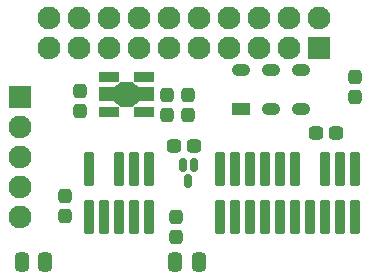
<source format=gts>
G04*
G04 #@! TF.GenerationSoftware,Altium Limited,Altium Designer,20.1.10 (176)*
G04*
G04 Layer_Color=8388736*
%FSLAX25Y25*%
%MOIN*%
G70*
G04*
G04 #@! TF.SameCoordinates,C4499B9A-1E71-4EDD-A5B7-EE233C105FA9*
G04*
G04*
G04 #@! TF.FilePolarity,Negative*
G04*
G01*
G75*
G04:AMPARAMS|DCode=18|XSize=45.37mil|YSize=49.31mil|CornerRadius=12.84mil|HoleSize=0mil|Usage=FLASHONLY|Rotation=0.000|XOffset=0mil|YOffset=0mil|HoleType=Round|Shape=RoundedRectangle|*
%AMROUNDEDRECTD18*
21,1,0.04537,0.02362,0,0,0.0*
21,1,0.01968,0.04931,0,0,0.0*
1,1,0.02568,0.00984,-0.01181*
1,1,0.02568,-0.00984,-0.01181*
1,1,0.02568,-0.00984,0.01181*
1,1,0.02568,0.00984,0.01181*
%
%ADD18ROUNDEDRECTD18*%
G04:AMPARAMS|DCode=19|XSize=45.76mil|YSize=63.87mil|CornerRadius=12.94mil|HoleSize=0mil|Usage=FLASHONLY|Rotation=180.000|XOffset=0mil|YOffset=0mil|HoleType=Round|Shape=RoundedRectangle|*
%AMROUNDEDRECTD19*
21,1,0.04576,0.03799,0,0,180.0*
21,1,0.01988,0.06387,0,0,180.0*
1,1,0.02588,-0.00994,0.01900*
1,1,0.02588,0.00994,0.01900*
1,1,0.02588,0.00994,-0.01900*
1,1,0.02588,-0.00994,-0.01900*
%
%ADD19ROUNDEDRECTD19*%
G04:AMPARAMS|DCode=20|XSize=35.13mil|YSize=115.84mil|CornerRadius=10.28mil|HoleSize=0mil|Usage=FLASHONLY|Rotation=180.000|XOffset=0mil|YOffset=0mil|HoleType=Round|Shape=RoundedRectangle|*
%AMROUNDEDRECTD20*
21,1,0.03513,0.09528,0,0,180.0*
21,1,0.01457,0.11584,0,0,180.0*
1,1,0.02056,-0.00728,0.04764*
1,1,0.02056,0.00728,0.04764*
1,1,0.02056,0.00728,-0.04764*
1,1,0.02056,-0.00728,-0.04764*
%
%ADD20ROUNDEDRECTD20*%
G04:AMPARAMS|DCode=21|XSize=35.5mil|YSize=115.84mil|CornerRadius=10.38mil|HoleSize=0mil|Usage=FLASHONLY|Rotation=180.000|XOffset=0mil|YOffset=0mil|HoleType=Round|Shape=RoundedRectangle|*
%AMROUNDEDRECTD21*
21,1,0.03550,0.09509,0,0,180.0*
21,1,0.01475,0.11584,0,0,180.0*
1,1,0.02075,-0.00738,0.04755*
1,1,0.02075,0.00738,0.04755*
1,1,0.02075,0.00738,-0.04755*
1,1,0.02075,-0.00738,-0.04755*
%
%ADD21ROUNDEDRECTD21*%
G04:AMPARAMS|DCode=22|XSize=25.68mil|YSize=45.37mil|CornerRadius=7.92mil|HoleSize=0mil|Usage=FLASHONLY|Rotation=0.000|XOffset=0mil|YOffset=0mil|HoleType=Round|Shape=RoundedRectangle|*
%AMROUNDEDRECTD22*
21,1,0.02568,0.02953,0,0,0.0*
21,1,0.00984,0.04537,0,0,0.0*
1,1,0.01584,0.00492,-0.01476*
1,1,0.01584,-0.00492,-0.01476*
1,1,0.01584,-0.00492,0.01476*
1,1,0.01584,0.00492,0.01476*
%
%ADD22ROUNDEDRECTD22*%
G04:AMPARAMS|DCode=23|XSize=45mil|YSize=49mil|CornerRadius=12.75mil|HoleSize=0mil|Usage=FLASHONLY|Rotation=180.000|XOffset=0mil|YOffset=0mil|HoleType=Round|Shape=RoundedRectangle|*
%AMROUNDEDRECTD23*
21,1,0.04500,0.02350,0,0,180.0*
21,1,0.01950,0.04900,0,0,180.0*
1,1,0.02550,-0.00975,0.01175*
1,1,0.02550,0.00975,0.01175*
1,1,0.02550,0.00975,-0.01175*
1,1,0.02550,-0.00975,-0.01175*
%
%ADD23ROUNDEDRECTD23*%
G04:AMPARAMS|DCode=24|XSize=45mil|YSize=49mil|CornerRadius=12.75mil|HoleSize=0mil|Usage=FLASHONLY|Rotation=270.000|XOffset=0mil|YOffset=0mil|HoleType=Round|Shape=RoundedRectangle|*
%AMROUNDEDRECTD24*
21,1,0.04500,0.02350,0,0,270.0*
21,1,0.01950,0.04900,0,0,270.0*
1,1,0.02550,-0.01175,-0.00975*
1,1,0.02550,-0.01175,0.00975*
1,1,0.02550,0.01175,0.00975*
1,1,0.02550,0.01175,-0.00975*
%
%ADD24ROUNDEDRECTD24*%
%ADD25R,0.06506X0.03356*%
%ADD26R,0.09261X0.04537*%
%ADD27C,0.07600*%
%ADD28R,0.07600X0.07600*%
%ADD29R,0.07600X0.07600*%
%ADD30O,0.06112X0.04143*%
%ADD31R,0.06112X0.04143*%
G36*
X48389Y66736D02*
X48411Y66735D01*
X48412Y66734D01*
X48414Y66734D01*
X48435Y66729D01*
X48457Y66724D01*
X48458Y66724D01*
X48459Y66723D01*
X48480Y66715D01*
X48501Y66706D01*
X48502Y66706D01*
X48503Y66705D01*
X48522Y66694D01*
X48541Y66682D01*
X51297Y64713D01*
X51298Y64713D01*
X51299Y64712D01*
X51316Y64697D01*
X51333Y64683D01*
X51334Y64682D01*
X51335Y64681D01*
X51350Y64664D01*
X51364Y64647D01*
X51365Y64646D01*
X51366Y64645D01*
X51378Y64626D01*
X51389Y64607D01*
X51390Y64606D01*
X51390Y64605D01*
X51399Y64585D01*
X51408Y64564D01*
X51408Y64563D01*
X51409Y64561D01*
X51414Y64540D01*
X51419Y64518D01*
X51419Y64517D01*
X51420Y64516D01*
X51421Y64493D01*
X51423Y64471D01*
X51423Y64470D01*
X51423Y64468D01*
Y60532D01*
X51423Y60530D01*
X51423Y60529D01*
X51421Y60507D01*
X51420Y60484D01*
X51419Y60483D01*
X51419Y60482D01*
X51414Y60460D01*
X51409Y60439D01*
X51408Y60437D01*
X51408Y60436D01*
X51399Y60415D01*
X51390Y60395D01*
X51390Y60394D01*
X51389Y60393D01*
X51378Y60374D01*
X51366Y60355D01*
X51365Y60354D01*
X51364Y60353D01*
X51350Y60336D01*
X51335Y60319D01*
X51334Y60318D01*
X51333Y60317D01*
X51316Y60303D01*
X51299Y60288D01*
X51298Y60287D01*
X51297Y60287D01*
X48541Y58318D01*
X48522Y58306D01*
X48503Y58295D01*
X48502Y58294D01*
X48501Y58294D01*
X48480Y58285D01*
X48459Y58277D01*
X48458Y58276D01*
X48457Y58276D01*
X48436Y58271D01*
X48414Y58266D01*
X48412Y58266D01*
X48411Y58265D01*
X48389Y58264D01*
X48366Y58262D01*
X45217D01*
X45195Y58264D01*
X45172Y58265D01*
X45171Y58266D01*
X45170Y58266D01*
X45148Y58271D01*
X45126Y58276D01*
X45125Y58276D01*
X45124Y58277D01*
X45103Y58285D01*
X45082Y58294D01*
X45081Y58294D01*
X45080Y58295D01*
X45061Y58306D01*
X45042Y58318D01*
X42286Y60287D01*
X42285Y60287D01*
X42284Y60288D01*
X42267Y60303D01*
X42250Y60317D01*
X42249Y60318D01*
X42248Y60319D01*
X42234Y60336D01*
X42219Y60353D01*
X42218Y60354D01*
X42217Y60355D01*
X42206Y60374D01*
X42194Y60393D01*
X42193Y60394D01*
X42193Y60395D01*
X42184Y60415D01*
X42175Y60436D01*
X42175Y60437D01*
X42175Y60439D01*
X42169Y60460D01*
X42164Y60482D01*
X42164Y60483D01*
X42164Y60484D01*
X42162Y60507D01*
X42160Y60529D01*
X42160Y60530D01*
X42160Y60532D01*
Y64468D01*
X42160Y64470D01*
X42160Y64471D01*
X42162Y64493D01*
X42164Y64516D01*
X42164Y64517D01*
X42164Y64518D01*
X42169Y64540D01*
X42175Y64561D01*
X42175Y64563D01*
X42175Y64564D01*
X42184Y64585D01*
X42193Y64605D01*
X42193Y64606D01*
X42194Y64607D01*
X42206Y64626D01*
X42217Y64645D01*
X42218Y64646D01*
X42219Y64647D01*
X42234Y64664D01*
X42248Y64681D01*
X42249Y64682D01*
X42250Y64683D01*
X42267Y64697D01*
X42284Y64712D01*
X42285Y64713D01*
X42286Y64713D01*
X45042Y66682D01*
X45061Y66694D01*
X45080Y66705D01*
X45081Y66706D01*
X45082Y66706D01*
X45103Y66715D01*
X45124Y66723D01*
X45125Y66724D01*
X45126Y66724D01*
X45148Y66729D01*
X45170Y66734D01*
X45171Y66734D01*
X45172Y66735D01*
X45195Y66736D01*
X45217Y66738D01*
X48366D01*
X48389Y66736D01*
D02*
G37*
D18*
X31453Y56906D02*
D03*
Y63599D02*
D03*
X60500Y55654D02*
D03*
Y62347D02*
D03*
X67500Y55654D02*
D03*
Y62347D02*
D03*
D19*
X63142Y6500D02*
D03*
X70858D02*
D03*
X11882D02*
D03*
X19598D02*
D03*
D20*
X34500Y21701D02*
D03*
X39500D02*
D03*
X44500D02*
D03*
X34500Y37701D02*
D03*
X44500D02*
D03*
X49500Y21701D02*
D03*
X54500D02*
D03*
X49500Y37701D02*
D03*
X54500D02*
D03*
X103000Y21701D02*
D03*
Y37701D02*
D03*
X108000Y21701D02*
D03*
X113000D02*
D03*
X123000D02*
D03*
X118000D02*
D03*
Y37701D02*
D03*
X113000D02*
D03*
X123000D02*
D03*
D21*
X78000Y21701D02*
D03*
X83000D02*
D03*
X88000D02*
D03*
X93000D02*
D03*
X98000D02*
D03*
X78000Y37701D02*
D03*
X83000D02*
D03*
X88000D02*
D03*
X93000D02*
D03*
X98000D02*
D03*
D22*
X65531Y39047D02*
D03*
X69468D02*
D03*
X67500Y33732D02*
D03*
D23*
X63500Y14855D02*
D03*
Y21547D02*
D03*
X26300Y21955D02*
D03*
Y28648D02*
D03*
X123000Y61718D02*
D03*
Y68411D02*
D03*
D24*
X109973Y49701D02*
D03*
X116666D02*
D03*
X62594Y45273D02*
D03*
X69287D02*
D03*
D25*
X40886Y56595D02*
D03*
Y68405D02*
D03*
X52697Y56595D02*
D03*
Y68405D02*
D03*
D26*
X42264Y62500D02*
D03*
X51319D02*
D03*
D27*
X11500Y41500D02*
D03*
Y51500D02*
D03*
Y31500D02*
D03*
Y21500D02*
D03*
X21000Y88000D02*
D03*
X31000D02*
D03*
X41000D02*
D03*
X51000D02*
D03*
X61000D02*
D03*
X71000D02*
D03*
X81000D02*
D03*
X91000D02*
D03*
X101000D02*
D03*
X111000D02*
D03*
X21000Y78000D02*
D03*
X31000D02*
D03*
X41000D02*
D03*
X51000D02*
D03*
X61000D02*
D03*
X71000D02*
D03*
X81000D02*
D03*
X91000D02*
D03*
X101000D02*
D03*
D28*
X11500Y61500D02*
D03*
D29*
X111000Y78000D02*
D03*
D30*
X85158Y70496D02*
D03*
X95000D02*
D03*
X104842D02*
D03*
Y57504D02*
D03*
X95000D02*
D03*
D31*
X85158D02*
D03*
M02*

</source>
